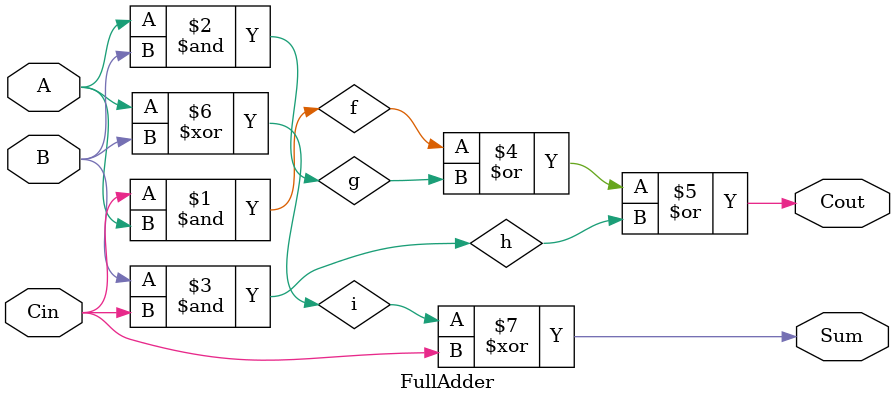
<source format=v>
`timescale 1ns / 1ps


module FullAdder(
    input A,
    input B,
    input Cin,
    output Sum,
    output Cout
    );
    and a1(f, Cin,A);
    and a2(g, A, B);
    and a3(h, B, Cin);
    or a4(Cout, f, g, h);
    
    xor a5(i, A, B);
    xor a6(Sum,i,Cin);
    
endmodule

</source>
